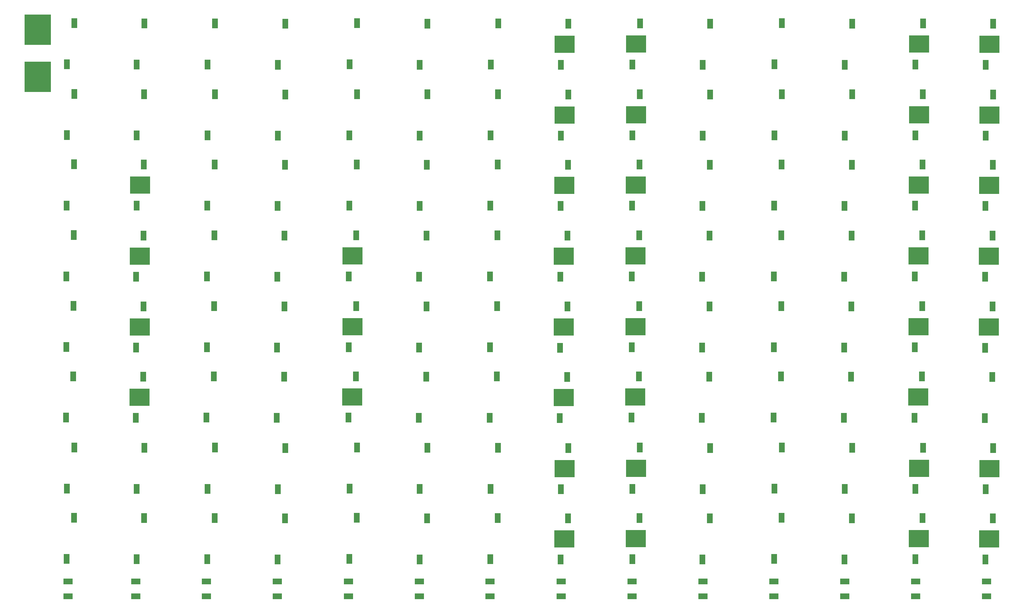
<source format=gbp>
G04 MADE WITH FRITZING*
G04 WWW.FRITZING.ORG*
G04 SINGLE SIDED*
G04 HOLES NOT PLATED*
G04 CONTOUR ON CENTER OF CONTOUR VECTOR*
%ASAXBY*%
%FSLAX23Y23*%
%MOIN*%
%OFA0B0*%
%SFA1.0B1.0*%
%ADD10R,0.070866X0.112205*%
%ADD11R,0.236221X0.204725*%
%ADD12R,0.106299X0.070866*%
%ADD13R,0.311023X0.355512*%
%LNPASTEMASK0*%
G90*
G70*
G54D10*
X8920Y1049D03*
X8833Y569D03*
X8915Y4348D03*
X8829Y3867D03*
X7267Y1869D03*
X7181Y1388D03*
G54D11*
X7224Y1628D03*
G54D10*
X7268Y6821D03*
X7181Y6341D03*
G54D11*
X7224Y6581D03*
G54D10*
X7264Y1048D03*
X7178Y568D03*
G54D11*
X7221Y808D03*
G54D10*
X10568Y1868D03*
X10481Y1387D03*
G54D11*
X10524Y1628D03*
G54D10*
X8084Y1044D03*
X7997Y564D03*
X10567Y5994D03*
X10481Y5513D03*
G54D11*
X10524Y5753D03*
G54D10*
X10559Y3519D03*
X10473Y3039D03*
G54D11*
X10516Y3279D03*
G54D10*
X8087Y1865D03*
X8000Y1385D03*
X9734Y3517D03*
X9648Y3037D03*
X9743Y1866D03*
X9656Y1386D03*
X7267Y5994D03*
X7180Y5514D03*
G54D11*
X7224Y5754D03*
G54D10*
X8076Y2696D03*
X7989Y2216D03*
X8923Y1869D03*
X8836Y1389D03*
X8923Y5995D03*
X8836Y5515D03*
X8915Y3521D03*
X8828Y3041D03*
X10564Y1047D03*
X10478Y567D03*
G54D11*
X10521Y807D03*
G54D10*
X11379Y4342D03*
X11293Y3862D03*
G54D11*
X11336Y4102D03*
G54D10*
X11376Y2695D03*
X11289Y2215D03*
X11384Y1043D03*
X11297Y563D03*
G54D11*
X11341Y803D03*
G54D10*
X8084Y5170D03*
X7997Y4690D03*
X8923Y6822D03*
X8837Y6342D03*
X10568Y6820D03*
X10481Y6340D03*
G54D11*
X10524Y6580D03*
G54D10*
X9740Y1045D03*
X9653Y565D03*
X11384Y5169D03*
X11297Y4689D03*
G54D11*
X11340Y4929D03*
G54D10*
X7259Y3520D03*
X7172Y3040D03*
G54D11*
X7216Y3280D03*
G54D10*
X10564Y5173D03*
X10477Y4693D03*
G54D11*
X10521Y4933D03*
G54D10*
X7256Y2700D03*
X7169Y2219D03*
G54D11*
X7213Y2459D03*
G54D10*
X9743Y6818D03*
X9656Y6338D03*
X8920Y5175D03*
X8833Y4695D03*
X8087Y5991D03*
X8000Y5511D03*
X7260Y4347D03*
X7173Y3867D03*
G54D11*
X7216Y4107D03*
G54D10*
X9742Y5992D03*
X9656Y5511D03*
X11387Y1864D03*
X11301Y1384D03*
G54D11*
X11344Y1624D03*
G54D10*
X8079Y4343D03*
X7993Y3863D03*
X8079Y3517D03*
X7992Y3036D03*
X11387Y6817D03*
X11301Y6336D03*
G54D11*
X11344Y6576D03*
G54D10*
X9739Y5171D03*
X9653Y4691D03*
X10560Y4346D03*
X10473Y3866D03*
G54D11*
X10516Y4106D03*
G54D10*
X8087Y6818D03*
X8001Y6337D03*
X7264Y5174D03*
X7177Y4694D03*
G54D11*
X7221Y4934D03*
G54D10*
X8912Y2701D03*
X8825Y2220D03*
X11387Y5990D03*
X11300Y5510D03*
G54D11*
X11344Y5750D03*
G54D10*
X10556Y2699D03*
X10469Y2218D03*
G54D11*
X10513Y2459D03*
G54D10*
X9735Y4344D03*
X9648Y3864D03*
X9731Y2697D03*
X9645Y2217D03*
X11379Y3516D03*
X11292Y3035D03*
G54D11*
X11336Y3276D03*
G54D10*
X5609Y5173D03*
X5523Y4693D03*
X6432Y6817D03*
X6346Y6336D03*
G54D11*
X6389Y6576D03*
G54D10*
X4785Y1045D03*
X4698Y565D03*
X6432Y1864D03*
X6346Y1384D03*
G54D11*
X6389Y1624D03*
G54D10*
X6429Y5169D03*
X6342Y4689D03*
G54D11*
X6386Y4929D03*
G54D10*
X4776Y2697D03*
X4690Y2217D03*
X5617Y6821D03*
X5531Y6341D03*
X3957Y2701D03*
X3870Y2220D03*
G54D11*
X3913Y2460D03*
G54D10*
X4780Y4344D03*
X4693Y3864D03*
X3968Y6822D03*
X3882Y6342D03*
X5605Y4346D03*
X5518Y3866D03*
X4784Y5171D03*
X4698Y4691D03*
X6432Y5990D03*
X6345Y5510D03*
G54D11*
X6389Y5750D03*
G54D10*
X3965Y5175D03*
X3878Y4695D03*
X3965Y1049D03*
X3879Y569D03*
X6424Y3516D03*
X6337Y3035D03*
G54D11*
X6381Y3276D03*
G54D10*
X4788Y1866D03*
X4701Y1386D03*
X5604Y3519D03*
X5518Y3039D03*
X4780Y3517D03*
X4693Y3037D03*
X5612Y5994D03*
X5526Y5513D03*
X3968Y5995D03*
X3881Y5515D03*
X5613Y1868D03*
X5526Y1387D03*
X3960Y4348D03*
X3874Y3867D03*
G54D11*
X3917Y4108D03*
G54D10*
X6429Y1043D03*
X6343Y563D03*
G54D11*
X6386Y803D03*
G54D10*
X3960Y3521D03*
X3873Y3041D03*
G54D11*
X3917Y3281D03*
G54D10*
X4788Y5992D03*
X4701Y5511D03*
X6421Y2695D03*
X6334Y2215D03*
G54D11*
X6378Y2455D03*
G54D10*
X4788Y6818D03*
X4701Y6338D03*
X6424Y4342D03*
X6338Y3862D03*
G54D11*
X6381Y4102D03*
G54D10*
X5601Y2699D03*
X5515Y2218D03*
X3968Y1869D03*
X3882Y1389D03*
X5610Y1047D03*
X5523Y567D03*
X3132Y6818D03*
X3046Y6337D03*
X3124Y3517D03*
X3037Y3036D03*
X2304Y3520D03*
X2218Y3040D03*
X3124Y4343D03*
X3038Y3863D03*
X2313Y6821D03*
X2226Y6341D03*
X3132Y1865D03*
X3046Y1385D03*
X3129Y1044D03*
X3042Y564D03*
X2309Y1048D03*
X2223Y568D03*
X2312Y5994D03*
X2226Y5514D03*
X2301Y2700D03*
X2214Y2219D03*
X2305Y4347D03*
X2218Y3867D03*
X3132Y5991D03*
X3045Y5511D03*
X2309Y5174D03*
X2222Y4694D03*
X3121Y2696D03*
X3034Y2216D03*
X2312Y1869D03*
X2226Y1388D03*
X3129Y5170D03*
X3042Y4690D03*
X1480Y4345D03*
X1393Y3865D03*
G54D11*
X1437Y4105D03*
G54D10*
X1484Y5172D03*
X1398Y4692D03*
G54D11*
X1441Y4932D03*
G54D10*
X1479Y3518D03*
X1393Y3038D03*
G54D11*
X1436Y3278D03*
G54D10*
X1476Y2698D03*
X1390Y2217D03*
G54D11*
X1433Y2458D03*
G54D10*
X1488Y1867D03*
X1401Y1386D03*
X1485Y1046D03*
X1398Y566D03*
X1487Y5993D03*
X1401Y5512D03*
X1488Y6819D03*
X1401Y6339D03*
X670Y1050D03*
X583Y569D03*
X673Y1870D03*
X586Y1390D03*
X665Y4349D03*
X578Y3868D03*
X664Y3522D03*
X578Y3042D03*
X661Y2701D03*
X575Y2221D03*
X669Y5176D03*
X583Y4695D03*
X672Y5996D03*
X586Y5516D03*
X673Y6823D03*
X586Y6343D03*
G54D12*
X4695Y306D03*
X4695Y133D03*
X3041Y306D03*
X3041Y133D03*
X1388Y306D03*
X1388Y133D03*
X5521Y306D03*
X5521Y133D03*
X600Y306D03*
X600Y133D03*
X2214Y306D03*
X2214Y133D03*
X3868Y306D03*
X3868Y133D03*
X11309Y306D03*
X11309Y133D03*
X10482Y306D03*
X10482Y133D03*
X9655Y306D03*
X9655Y133D03*
X6348Y306D03*
X6348Y133D03*
X8828Y306D03*
X8828Y133D03*
X8002Y306D03*
X8002Y133D03*
X7175Y306D03*
X7175Y133D03*
G54D13*
X246Y6196D03*
X246Y6747D03*
G04 End of PasteMask0*
M02*
</source>
